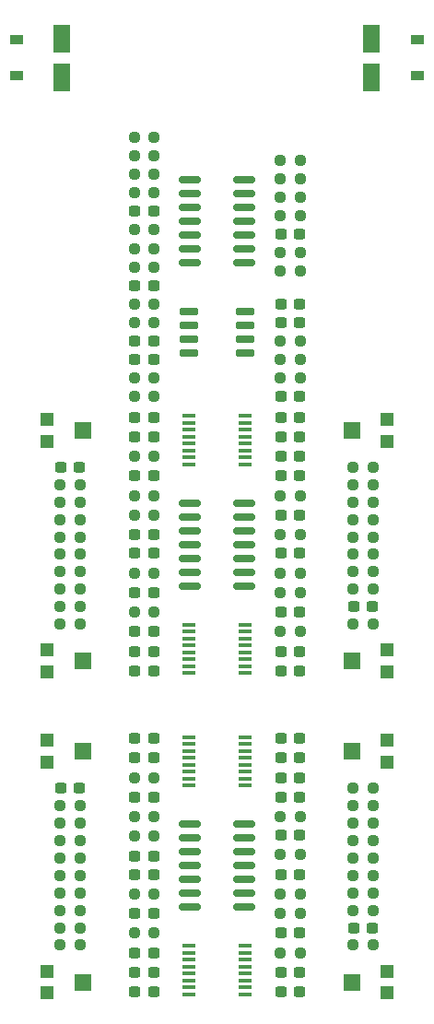
<source format=gbr>
%TF.GenerationSoftware,KiCad,Pcbnew,(6.0.11)*%
%TF.CreationDate,2023-07-04T17:08:48+01:00*%
%TF.ProjectId,Quilter_Components,5175696c-7465-4725-9f43-6f6d706f6e65,rev?*%
%TF.SameCoordinates,Original*%
%TF.FileFunction,Paste,Top*%
%TF.FilePolarity,Positive*%
%FSLAX46Y46*%
G04 Gerber Fmt 4.6, Leading zero omitted, Abs format (unit mm)*
G04 Created by KiCad (PCBNEW (6.0.11)) date 2023-07-04 17:08:48*
%MOMM*%
%LPD*%
G01*
G04 APERTURE LIST*
G04 Aperture macros list*
%AMRoundRect*
0 Rectangle with rounded corners*
0 $1 Rounding radius*
0 $2 $3 $4 $5 $6 $7 $8 $9 X,Y pos of 4 corners*
0 Add a 4 corners polygon primitive as box body*
4,1,4,$2,$3,$4,$5,$6,$7,$8,$9,$2,$3,0*
0 Add four circle primitives for the rounded corners*
1,1,$1+$1,$2,$3*
1,1,$1+$1,$4,$5*
1,1,$1+$1,$6,$7*
1,1,$1+$1,$8,$9*
0 Add four rect primitives between the rounded corners*
20,1,$1+$1,$2,$3,$4,$5,0*
20,1,$1+$1,$4,$5,$6,$7,0*
20,1,$1+$1,$6,$7,$8,$9,0*
20,1,$1+$1,$8,$9,$2,$3,0*%
G04 Aperture macros list end*
%ADD10RoundRect,0.237500X0.300000X0.237500X-0.300000X0.237500X-0.300000X-0.237500X0.300000X-0.237500X0*%
%ADD11RoundRect,0.150000X0.825000X0.150000X-0.825000X0.150000X-0.825000X-0.150000X0.825000X-0.150000X0*%
%ADD12RoundRect,0.237500X0.250000X0.237500X-0.250000X0.237500X-0.250000X-0.237500X0.250000X-0.237500X0*%
%ADD13R,1.200000X1.200000*%
%ADD14R,1.500000X1.600000*%
%ADD15RoundRect,0.237500X-0.300000X-0.237500X0.300000X-0.237500X0.300000X0.237500X-0.300000X0.237500X0*%
%ADD16R,1.200000X0.900000*%
%ADD17RoundRect,0.237500X-0.250000X-0.237500X0.250000X-0.237500X0.250000X0.237500X-0.250000X0.237500X0*%
%ADD18RoundRect,0.150000X-0.825000X-0.150000X0.825000X-0.150000X0.825000X0.150000X-0.825000X0.150000X0*%
%ADD19RoundRect,0.250000X0.550000X-1.050000X0.550000X1.050000X-0.550000X1.050000X-0.550000X-1.050000X0*%
%ADD20R,1.200000X0.400000*%
%ADD21RoundRect,0.150000X0.725000X0.150000X-0.725000X0.150000X-0.725000X-0.150000X0.725000X-0.150000X0*%
G04 APERTURE END LIST*
D10*
%TO.C,C33*%
X64362500Y-137600000D03*
X62637500Y-137600000D03*
%TD*%
D11*
%TO.C,U2*%
X72675000Y-74210000D03*
X72675000Y-72940000D03*
X72675000Y-71670000D03*
X72675000Y-70400000D03*
X72675000Y-69130000D03*
X72675000Y-67860000D03*
X72675000Y-66590000D03*
X67725000Y-66590000D03*
X67725000Y-67860000D03*
X67725000Y-69130000D03*
X67725000Y-70400000D03*
X67725000Y-71670000D03*
X67725000Y-72940000D03*
X67725000Y-74210000D03*
%TD*%
D12*
%TO.C,R44*%
X57612500Y-133700000D03*
X55787500Y-133700000D03*
%TD*%
%TO.C,R23*%
X57612500Y-96200000D03*
X55787500Y-96200000D03*
%TD*%
D13*
%TO.C,FREQ_OFFSET2*%
X85800000Y-111800000D03*
D14*
X82550000Y-110800000D03*
D13*
X85800000Y-109800000D03*
%TD*%
D15*
%TO.C,C4*%
X76037500Y-71600000D03*
X77762500Y-71600000D03*
%TD*%
D16*
%TO.C,D1*%
X88600000Y-57050000D03*
X88600000Y-53750000D03*
%TD*%
D17*
%TO.C,R53*%
X55787500Y-124100000D03*
X57612500Y-124100000D03*
%TD*%
D15*
%TO.C,C38*%
X76037500Y-90200000D03*
X77762500Y-90200000D03*
%TD*%
D12*
%TO.C,R65*%
X84512500Y-133700000D03*
X82687500Y-133700000D03*
%TD*%
D10*
%TO.C,C45*%
X64362500Y-128700000D03*
X62637500Y-128700000D03*
%TD*%
D17*
%TO.C,R58*%
X82687500Y-132100000D03*
X84512500Y-132100000D03*
%TD*%
D15*
%TO.C,C10*%
X76037500Y-97400000D03*
X77762500Y-97400000D03*
%TD*%
D12*
%TO.C,R76*%
X64412500Y-62700000D03*
X62587500Y-62700000D03*
%TD*%
D15*
%TO.C,C14*%
X76037500Y-109900000D03*
X77762500Y-109900000D03*
%TD*%
D13*
%TO.C,FREQ_OFFSET4*%
X85800000Y-141300000D03*
D14*
X82550000Y-140300000D03*
D13*
X85800000Y-139300000D03*
%TD*%
D12*
%TO.C,R35*%
X77812500Y-102700000D03*
X75987500Y-102700000D03*
%TD*%
D17*
%TO.C,R2*%
X75987500Y-81400000D03*
X77812500Y-81400000D03*
%TD*%
D15*
%TO.C,C30*%
X76037500Y-139400000D03*
X77762500Y-139400000D03*
%TD*%
D10*
%TO.C,C3*%
X64362500Y-83100000D03*
X62637500Y-83100000D03*
%TD*%
D17*
%TO.C,R21*%
X55787500Y-97800000D03*
X57612500Y-97800000D03*
%TD*%
D10*
%TO.C,C28*%
X77762500Y-117900000D03*
X76037500Y-117900000D03*
%TD*%
D12*
%TO.C,R42*%
X77812500Y-125100000D03*
X75987500Y-125100000D03*
%TD*%
D15*
%TO.C,C15*%
X76037500Y-111700000D03*
X77762500Y-111700000D03*
%TD*%
D13*
%TO.C,V_OCT4*%
X85800000Y-120100000D03*
D14*
X82550000Y-119100000D03*
D13*
X85800000Y-118100000D03*
%TD*%
D15*
%TO.C,C31*%
X76037500Y-141200000D03*
X77762500Y-141200000D03*
%TD*%
D12*
%TO.C,R75*%
X64412500Y-64400000D03*
X62587500Y-64400000D03*
%TD*%
%TO.C,R73*%
X64412500Y-74600000D03*
X62587500Y-74600000D03*
%TD*%
D10*
%TO.C,C11*%
X57562500Y-93000000D03*
X55837500Y-93000000D03*
%TD*%
D17*
%TO.C,R74*%
X75987500Y-66500000D03*
X77812500Y-66500000D03*
%TD*%
%TO.C,R37*%
X75987500Y-104500000D03*
X77812500Y-104500000D03*
%TD*%
%TO.C,R57*%
X82687500Y-128900000D03*
X84512500Y-128900000D03*
%TD*%
D12*
%TO.C,R50*%
X64412500Y-126900000D03*
X62587500Y-126900000D03*
%TD*%
D15*
%TO.C,C9*%
X76037500Y-92000000D03*
X77762500Y-92000000D03*
%TD*%
D17*
%TO.C,R51*%
X75987500Y-128600000D03*
X77812500Y-128600000D03*
%TD*%
%TO.C,R27*%
X55787500Y-94600000D03*
X57612500Y-94600000D03*
%TD*%
%TO.C,R33*%
X82687500Y-96200000D03*
X84512500Y-96200000D03*
%TD*%
D12*
%TO.C,R9*%
X64412500Y-67800000D03*
X62587500Y-67800000D03*
%TD*%
%TO.C,R13*%
X64412500Y-66100000D03*
X62587500Y-66100000D03*
%TD*%
%TO.C,R46*%
X57612500Y-128900000D03*
X55787500Y-128900000D03*
%TD*%
%TO.C,R22*%
X64412500Y-95600000D03*
X62587500Y-95600000D03*
%TD*%
D18*
%TO.C,U4*%
X67725000Y-125790000D03*
X67725000Y-127060000D03*
X67725000Y-128330000D03*
X67725000Y-129600000D03*
X67725000Y-130870000D03*
X67725000Y-132140000D03*
X67725000Y-133410000D03*
X72675000Y-133410000D03*
X72675000Y-132140000D03*
X72675000Y-130870000D03*
X72675000Y-129600000D03*
X72675000Y-128330000D03*
X72675000Y-127060000D03*
X72675000Y-125790000D03*
%TD*%
D19*
%TO.C,C2*%
X55900000Y-57200000D03*
X55900000Y-53600000D03*
%TD*%
D15*
%TO.C,C22*%
X62637500Y-119700000D03*
X64362500Y-119700000D03*
%TD*%
D10*
%TO.C,C17*%
X64362500Y-108100000D03*
X62637500Y-108100000D03*
%TD*%
%TO.C,C40*%
X64362500Y-93800000D03*
X62637500Y-93800000D03*
%TD*%
%TO.C,C19*%
X84462500Y-105800000D03*
X82737500Y-105800000D03*
%TD*%
D12*
%TO.C,R38*%
X64412500Y-102700000D03*
X62587500Y-102700000D03*
%TD*%
%TO.C,R18*%
X57612500Y-104200000D03*
X55787500Y-104200000D03*
%TD*%
D13*
%TO.C,V_OCT3*%
X54600000Y-118100000D03*
D14*
X57850000Y-119100000D03*
D13*
X54600000Y-120100000D03*
%TD*%
D12*
%TO.C,R16*%
X77812500Y-95600000D03*
X75987500Y-95600000D03*
%TD*%
%TO.C,R10*%
X64412500Y-71200000D03*
X62587500Y-71200000D03*
%TD*%
D13*
%TO.C,V_OCT1*%
X54600000Y-88600000D03*
D14*
X57850000Y-89600000D03*
D13*
X54600000Y-90600000D03*
%TD*%
D10*
%TO.C,C18*%
X64362500Y-100900000D03*
X62637500Y-100900000D03*
%TD*%
D17*
%TO.C,R62*%
X75987500Y-137600000D03*
X77812500Y-137600000D03*
%TD*%
D12*
%TO.C,R34*%
X84512500Y-99400000D03*
X82687500Y-99400000D03*
%TD*%
%TO.C,R69*%
X57612500Y-132100000D03*
X55787500Y-132100000D03*
%TD*%
D16*
%TO.C,D2*%
X51800000Y-53750000D03*
X51800000Y-57050000D03*
%TD*%
D12*
%TO.C,R19*%
X57612500Y-102600000D03*
X55787500Y-102600000D03*
%TD*%
%TO.C,R64*%
X64412500Y-132200000D03*
X62587500Y-132200000D03*
%TD*%
D15*
%TO.C,C21*%
X76037500Y-123300000D03*
X77762500Y-123300000D03*
%TD*%
%TO.C,C5*%
X76037500Y-78000000D03*
X77762500Y-78000000D03*
%TD*%
D20*
%TO.C,U7*%
X67600000Y-107477500D03*
X67600000Y-108112500D03*
X67600000Y-108747500D03*
X67600000Y-109382500D03*
X67600000Y-110017500D03*
X67600000Y-110652500D03*
X67600000Y-111287500D03*
X67600000Y-111922500D03*
X72800000Y-111922500D03*
X72800000Y-111287500D03*
X72800000Y-110652500D03*
X72800000Y-110017500D03*
X72800000Y-109382500D03*
X72800000Y-108747500D03*
X72800000Y-108112500D03*
X72800000Y-107477500D03*
%TD*%
D17*
%TO.C,R68*%
X82687500Y-102600000D03*
X84512500Y-102600000D03*
%TD*%
D10*
%TO.C,C34*%
X64362500Y-130400000D03*
X62637500Y-130400000D03*
%TD*%
D17*
%TO.C,R36*%
X75987500Y-108100000D03*
X77812500Y-108100000D03*
%TD*%
D12*
%TO.C,R3*%
X64412500Y-78000000D03*
X62587500Y-78000000D03*
%TD*%
D17*
%TO.C,R6*%
X75987500Y-84800000D03*
X77812500Y-84800000D03*
%TD*%
D12*
%TO.C,R56*%
X57612500Y-135300000D03*
X55787500Y-135300000D03*
%TD*%
D17*
%TO.C,R52*%
X62587500Y-121500000D03*
X64412500Y-121500000D03*
%TD*%
D20*
%TO.C,U10*%
X67600000Y-136977500D03*
X67600000Y-137612500D03*
X67600000Y-138247500D03*
X67600000Y-138882500D03*
X67600000Y-139517500D03*
X67600000Y-140152500D03*
X67600000Y-140787500D03*
X67600000Y-141422500D03*
X72800000Y-141422500D03*
X72800000Y-140787500D03*
X72800000Y-140152500D03*
X72800000Y-139517500D03*
X72800000Y-138882500D03*
X72800000Y-138247500D03*
X72800000Y-137612500D03*
X72800000Y-136977500D03*
%TD*%
D17*
%TO.C,R7*%
X75987500Y-73300000D03*
X77812500Y-73300000D03*
%TD*%
D12*
%TO.C,R67*%
X57612500Y-99400000D03*
X55787500Y-99400000D03*
%TD*%
%TO.C,R54*%
X57612500Y-136900000D03*
X55787500Y-136900000D03*
%TD*%
D15*
%TO.C,C24*%
X76037500Y-119700000D03*
X77762500Y-119700000D03*
%TD*%
D17*
%TO.C,R12*%
X75987500Y-68200000D03*
X77812500Y-68200000D03*
%TD*%
%TO.C,R26*%
X62587500Y-92000000D03*
X64412500Y-92000000D03*
%TD*%
D10*
%TO.C,C49*%
X77762500Y-86500000D03*
X76037500Y-86500000D03*
%TD*%
D12*
%TO.C,R20*%
X57612500Y-101000000D03*
X55787500Y-101000000D03*
%TD*%
D17*
%TO.C,R8*%
X75987500Y-69900000D03*
X77812500Y-69900000D03*
%TD*%
D15*
%TO.C,C25*%
X76037500Y-121500000D03*
X77762500Y-121500000D03*
%TD*%
D12*
%TO.C,R28*%
X57612500Y-107400000D03*
X55787500Y-107400000D03*
%TD*%
D15*
%TO.C,C37*%
X76037500Y-93800000D03*
X77762500Y-93800000D03*
%TD*%
D20*
%TO.C,U5*%
X72800000Y-92722500D03*
X72800000Y-92087500D03*
X72800000Y-91452500D03*
X72800000Y-90817500D03*
X72800000Y-90182500D03*
X72800000Y-89547500D03*
X72800000Y-88912500D03*
X72800000Y-88277500D03*
X67600000Y-88277500D03*
X67600000Y-88912500D03*
X67600000Y-89547500D03*
X67600000Y-90182500D03*
X67600000Y-90817500D03*
X67600000Y-91452500D03*
X67600000Y-92087500D03*
X67600000Y-92722500D03*
%TD*%
D17*
%TO.C,R72*%
X75987500Y-64800000D03*
X77812500Y-64800000D03*
%TD*%
%TO.C,R55*%
X62575000Y-135800000D03*
X64400000Y-135800000D03*
%TD*%
%TO.C,R41*%
X82687500Y-124100000D03*
X84512500Y-124100000D03*
%TD*%
D15*
%TO.C,C46*%
X76037500Y-135800000D03*
X77762500Y-135800000D03*
%TD*%
D17*
%TO.C,R70*%
X82687500Y-130500000D03*
X84512500Y-130500000D03*
%TD*%
D15*
%TO.C,C36*%
X62637500Y-141200000D03*
X64362500Y-141200000D03*
%TD*%
D10*
%TO.C,C12*%
X77762500Y-88400000D03*
X76037500Y-88400000D03*
%TD*%
D20*
%TO.C,U9*%
X72800000Y-122222500D03*
X72800000Y-121587500D03*
X72800000Y-120952500D03*
X72800000Y-120317500D03*
X72800000Y-119682500D03*
X72800000Y-119047500D03*
X72800000Y-118412500D03*
X72800000Y-117777500D03*
X67600000Y-117777500D03*
X67600000Y-118412500D03*
X67600000Y-119047500D03*
X67600000Y-119682500D03*
X67600000Y-120317500D03*
X67600000Y-120952500D03*
X67600000Y-121587500D03*
X67600000Y-122222500D03*
%TD*%
D17*
%TO.C,R32*%
X82687500Y-101000000D03*
X84512500Y-101000000D03*
%TD*%
D12*
%TO.C,R48*%
X64412500Y-125100000D03*
X62587500Y-125100000D03*
%TD*%
D10*
%TO.C,C27*%
X57562500Y-122500000D03*
X55837500Y-122500000D03*
%TD*%
D12*
%TO.C,R30*%
X57612500Y-105800000D03*
X55787500Y-105800000D03*
%TD*%
D13*
%TO.C,FREQ_OFFSET3*%
X54600000Y-139300000D03*
D14*
X57850000Y-140300000D03*
D13*
X54600000Y-141300000D03*
%TD*%
D12*
%TO.C,R40*%
X84512500Y-107400000D03*
X82687500Y-107400000D03*
%TD*%
D13*
%TO.C,FREQ_OFFSET1*%
X54600000Y-109800000D03*
D14*
X57850000Y-110800000D03*
D13*
X54600000Y-111800000D03*
%TD*%
D10*
%TO.C,C44*%
X64362500Y-123300000D03*
X62637500Y-123300000D03*
%TD*%
%TO.C,C8*%
X64362500Y-69500000D03*
X62637500Y-69500000D03*
%TD*%
D18*
%TO.C,U3*%
X67725000Y-96290000D03*
X67725000Y-97560000D03*
X67725000Y-98830000D03*
X67725000Y-100100000D03*
X67725000Y-101370000D03*
X67725000Y-102640000D03*
X67725000Y-103910000D03*
X72675000Y-103910000D03*
X72675000Y-102640000D03*
X72675000Y-101370000D03*
X72675000Y-100100000D03*
X72675000Y-98830000D03*
X72675000Y-97560000D03*
X72675000Y-96290000D03*
%TD*%
D10*
%TO.C,C47*%
X77762500Y-79700000D03*
X76037500Y-79700000D03*
%TD*%
%TO.C,C50*%
X64362500Y-81400000D03*
X62637500Y-81400000D03*
%TD*%
D12*
%TO.C,R66*%
X84512500Y-136900000D03*
X82687500Y-136900000D03*
%TD*%
D17*
%TO.C,R4*%
X75987500Y-83100000D03*
X77812500Y-83100000D03*
%TD*%
D15*
%TO.C,C41*%
X76037500Y-130400000D03*
X77762500Y-130400000D03*
%TD*%
D17*
%TO.C,R59*%
X82687500Y-127300000D03*
X84512500Y-127300000D03*
%TD*%
D10*
%TO.C,C43*%
X64362500Y-99200000D03*
X62637500Y-99200000D03*
%TD*%
D12*
%TO.C,R1*%
X64412500Y-84800000D03*
X62587500Y-84800000D03*
%TD*%
D10*
%TO.C,C16*%
X64362500Y-109900000D03*
X62637500Y-109900000D03*
%TD*%
D17*
%TO.C,R25*%
X75987500Y-99200000D03*
X77812500Y-99200000D03*
%TD*%
D13*
%TO.C,V_OCT2*%
X85800000Y-90600000D03*
D14*
X82550000Y-89600000D03*
D13*
X85800000Y-88600000D03*
%TD*%
D17*
%TO.C,R47*%
X55787500Y-127300000D03*
X57612500Y-127300000D03*
%TD*%
D10*
%TO.C,C13*%
X64362500Y-104500000D03*
X62637500Y-104500000D03*
%TD*%
D12*
%TO.C,R14*%
X64412500Y-72900000D03*
X62587500Y-72900000D03*
%TD*%
D17*
%TO.C,R15*%
X82687500Y-94600000D03*
X84512500Y-94600000D03*
%TD*%
%TO.C,R17*%
X82687500Y-93000000D03*
X84512500Y-93000000D03*
%TD*%
D12*
%TO.C,R24*%
X64412500Y-97400000D03*
X62587500Y-97400000D03*
%TD*%
D15*
%TO.C,C6*%
X62637500Y-90200000D03*
X64362500Y-90200000D03*
%TD*%
%TO.C,C23*%
X62637500Y-117900000D03*
X64362500Y-117900000D03*
%TD*%
D17*
%TO.C,R31*%
X82687500Y-97800000D03*
X84512500Y-97800000D03*
%TD*%
D12*
%TO.C,R39*%
X84512500Y-104200000D03*
X82687500Y-104200000D03*
%TD*%
D15*
%TO.C,C48*%
X62637500Y-76300000D03*
X64362500Y-76300000D03*
%TD*%
%TO.C,C26*%
X76037500Y-126800000D03*
X77762500Y-126800000D03*
%TD*%
D17*
%TO.C,R43*%
X82687500Y-122500000D03*
X84512500Y-122500000D03*
%TD*%
D12*
%TO.C,R71*%
X64412500Y-86500000D03*
X62587500Y-86500000D03*
%TD*%
D19*
%TO.C,C1*%
X84400000Y-57200000D03*
X84400000Y-53600000D03*
%TD*%
D15*
%TO.C,C42*%
X76037500Y-106300000D03*
X77762500Y-106300000D03*
%TD*%
D12*
%TO.C,R61*%
X77812500Y-132200000D03*
X75987500Y-132200000D03*
%TD*%
D10*
%TO.C,C32*%
X64362500Y-139400000D03*
X62637500Y-139400000D03*
%TD*%
D12*
%TO.C,R60*%
X84512500Y-125700000D03*
X82687500Y-125700000D03*
%TD*%
%TO.C,R5*%
X64412500Y-79700000D03*
X62587500Y-79700000D03*
%TD*%
%TO.C,R49*%
X57612500Y-125700000D03*
X55787500Y-125700000D03*
%TD*%
D15*
%TO.C,C7*%
X62637500Y-88400000D03*
X64362500Y-88400000D03*
%TD*%
D17*
%TO.C,R29*%
X62575000Y-106300000D03*
X64400000Y-106300000D03*
%TD*%
%TO.C,R11*%
X75987500Y-75000000D03*
X77812500Y-75000000D03*
%TD*%
%TO.C,R63*%
X75987500Y-134000000D03*
X77812500Y-134000000D03*
%TD*%
D10*
%TO.C,C29*%
X64362500Y-134000000D03*
X62637500Y-134000000D03*
%TD*%
D15*
%TO.C,C39*%
X76037500Y-100900000D03*
X77762500Y-100900000D03*
%TD*%
%TO.C,C20*%
X62637500Y-111700000D03*
X64362500Y-111700000D03*
%TD*%
D12*
%TO.C,R45*%
X57612500Y-130500000D03*
X55787500Y-130500000D03*
%TD*%
D21*
%TO.C,U1*%
X72775000Y-82505000D03*
X72775000Y-81235000D03*
X72775000Y-79965000D03*
X72775000Y-78695000D03*
X67625000Y-78695000D03*
X67625000Y-79965000D03*
X67625000Y-81235000D03*
X67625000Y-82505000D03*
%TD*%
D10*
%TO.C,C35*%
X84462500Y-135300000D03*
X82737500Y-135300000D03*
%TD*%
M02*

</source>
